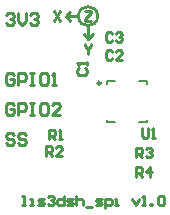
<source format=gto>
G04 Layer_Color=15132400*
%FSLAX25Y25*%
%MOIN*%
G70*
G01*
G75*
%ADD17C,0.01000*%
%ADD21C,0.00984*%
%ADD22C,0.00787*%
D17*
X155702Y478000D02*
G03*
X155702Y478000I-3202J0D01*
G01*
X145000D02*
X149000D01*
X152500Y470500D02*
Y474500D01*
Y470500D02*
X154000Y472000D01*
X151000D02*
X152500Y470500D01*
X145000Y478000D02*
X146500Y479500D01*
X145000Y478000D02*
X146500Y476500D01*
X149334Y460633D02*
X148801Y460100D01*
Y459033D01*
X149334Y458500D01*
X151467D01*
X152000Y459033D01*
Y460100D01*
X151467Y460633D01*
X152000Y461699D02*
Y462765D01*
Y462232D01*
X148801D01*
X149334Y461699D01*
X160633Y466166D02*
X160099Y466699D01*
X159033D01*
X158500Y466166D01*
Y464033D01*
X159033Y463500D01*
X160099D01*
X160633Y464033D01*
X163832Y463500D02*
X161699D01*
X163832Y465633D01*
Y466166D01*
X163298Y466699D01*
X162232D01*
X161699Y466166D01*
X160633Y472166D02*
X160099Y472699D01*
X159033D01*
X158500Y472166D01*
Y470033D01*
X159033Y469500D01*
X160099D01*
X160633Y470033D01*
X161699Y472166D02*
X162232Y472699D01*
X163298D01*
X163832Y472166D01*
Y471633D01*
X163298Y471100D01*
X162765D01*
X163298D01*
X163832Y470566D01*
Y470033D01*
X163298Y469500D01*
X162232D01*
X161699Y470033D01*
X139500Y437000D02*
Y440199D01*
X141100D01*
X141633Y439666D01*
Y438599D01*
X141100Y438066D01*
X139500D01*
X140566D02*
X141633Y437000D01*
X142699D02*
X143765D01*
X143232D01*
Y440199D01*
X142699Y439666D01*
X138500Y431500D02*
Y434699D01*
X140100D01*
X140633Y434166D01*
Y433100D01*
X140100Y432566D01*
X138500D01*
X139566D02*
X140633Y431500D01*
X143832D02*
X141699D01*
X143832Y433633D01*
Y434166D01*
X143298Y434699D01*
X142232D01*
X141699Y434166D01*
X168500Y431000D02*
Y434199D01*
X170099D01*
X170633Y433666D01*
Y432599D01*
X170099Y432066D01*
X168500D01*
X169566D02*
X170633Y431000D01*
X171699Y433666D02*
X172232Y434199D01*
X173299D01*
X173832Y433666D01*
Y433133D01*
X173299Y432599D01*
X172765D01*
X173299D01*
X173832Y432066D01*
Y431533D01*
X173299Y431000D01*
X172232D01*
X171699Y431533D01*
X168500Y424500D02*
Y427699D01*
X170099D01*
X170633Y427166D01*
Y426099D01*
X170099Y425566D01*
X168500D01*
X169566D02*
X170633Y424500D01*
X173299D02*
Y427699D01*
X171699Y426099D01*
X173832D01*
X170500Y440699D02*
Y438033D01*
X171033Y437500D01*
X172099D01*
X172633Y438033D01*
Y440699D01*
X173699Y437500D02*
X174765D01*
X174232D01*
Y440699D01*
X173699Y440166D01*
X151500Y479699D02*
X153633D01*
Y479166D01*
X151500Y477033D01*
Y476500D01*
X153633D01*
X151500Y468699D02*
Y468166D01*
X152566Y467100D01*
X153633Y468166D01*
Y468699D01*
X152566Y467100D02*
Y465500D01*
X141000Y479699D02*
X143133Y476500D01*
Y479699D02*
X141000Y476500D01*
X127666Y438332D02*
X126999Y438999D01*
X125666D01*
X125000Y438332D01*
Y437666D01*
X125666Y436999D01*
X126999D01*
X127666Y436333D01*
Y435666D01*
X126999Y435000D01*
X125666D01*
X125000Y435666D01*
X131665Y438332D02*
X130998Y438999D01*
X129665D01*
X128999Y438332D01*
Y437666D01*
X129665Y436999D01*
X130998D01*
X131665Y436333D01*
Y435666D01*
X130998Y435000D01*
X129665D01*
X128999Y435666D01*
X127666Y448332D02*
X126999Y448999D01*
X125666D01*
X125000Y448332D01*
Y445666D01*
X125666Y445000D01*
X126999D01*
X127666Y445666D01*
Y446999D01*
X126333D01*
X128999Y445000D02*
Y448999D01*
X130998D01*
X131665Y448332D01*
Y446999D01*
X130998Y446333D01*
X128999D01*
X132997Y448999D02*
X134330D01*
X133664D01*
Y445000D01*
X132997D01*
X134330D01*
X138329Y448999D02*
X136996D01*
X136330Y448332D01*
Y445666D01*
X136996Y445000D01*
X138329D01*
X138996Y445666D01*
Y448332D01*
X138329Y448999D01*
X142994Y445000D02*
X140328D01*
X142994Y447666D01*
Y448332D01*
X142328Y448999D01*
X140995D01*
X140328Y448332D01*
X127666Y458332D02*
X126999Y458999D01*
X125666D01*
X125000Y458332D01*
Y455666D01*
X125666Y455000D01*
X126999D01*
X127666Y455666D01*
Y456999D01*
X126333D01*
X128999Y455000D02*
Y458999D01*
X130998D01*
X131665Y458332D01*
Y456999D01*
X130998Y456333D01*
X128999D01*
X132997Y458999D02*
X134330D01*
X133664D01*
Y455000D01*
X132997D01*
X134330D01*
X138329Y458999D02*
X136996D01*
X136330Y458332D01*
Y455666D01*
X136996Y455000D01*
X138329D01*
X138996Y455666D01*
Y458332D01*
X138329Y458999D01*
X140328Y455000D02*
X141661D01*
X140995D01*
Y458999D01*
X140328Y458332D01*
X125000Y478332D02*
X125666Y478999D01*
X126999D01*
X127666Y478332D01*
Y477666D01*
X126999Y476999D01*
X126333D01*
X126999D01*
X127666Y476333D01*
Y475666D01*
X126999Y475000D01*
X125666D01*
X125000Y475666D01*
X128999Y478999D02*
Y476333D01*
X130332Y475000D01*
X131665Y476333D01*
Y478999D01*
X132997Y478332D02*
X133664Y478999D01*
X134997D01*
X135663Y478332D01*
Y477666D01*
X134997Y476999D01*
X134330D01*
X134997D01*
X135663Y476333D01*
Y475666D01*
X134997Y475000D01*
X133664D01*
X132997Y475666D01*
X130500Y415000D02*
X131566D01*
X131033D01*
Y418199D01*
X130500D01*
X133166Y415000D02*
X134232D01*
X133699D01*
Y417133D01*
X133166D01*
X135832Y415000D02*
X137431D01*
X137964Y415533D01*
X137431Y416066D01*
X136365D01*
X135832Y416600D01*
X136365Y417133D01*
X137964D01*
X139031Y417666D02*
X139564Y418199D01*
X140630D01*
X141163Y417666D01*
Y417133D01*
X140630Y416600D01*
X140097D01*
X140630D01*
X141163Y416066D01*
Y415533D01*
X140630Y415000D01*
X139564D01*
X139031Y415533D01*
X144362Y418199D02*
Y415000D01*
X142763D01*
X142229Y415533D01*
Y416600D01*
X142763Y417133D01*
X144362D01*
X145429Y415000D02*
X147028D01*
X147561Y415533D01*
X147028Y416066D01*
X145962D01*
X145429Y416600D01*
X145962Y417133D01*
X147561D01*
X148627Y418199D02*
Y415000D01*
Y416600D01*
X149161Y417133D01*
X150227D01*
X150760Y416600D01*
Y415000D01*
X151826Y414467D02*
X153959D01*
X155025Y415000D02*
X156625D01*
X157158Y415533D01*
X156625Y416066D01*
X155559D01*
X155025Y416600D01*
X155559Y417133D01*
X157158D01*
X158224Y413934D02*
Y417133D01*
X159824D01*
X160357Y416600D01*
Y415533D01*
X159824Y415000D01*
X158224D01*
X161423D02*
X162490D01*
X161957D01*
Y417133D01*
X161423D01*
X167288D02*
X168354Y415000D01*
X169421Y417133D01*
X170487Y415000D02*
X171553D01*
X171020D01*
Y418199D01*
X170487Y417666D01*
X173153Y415000D02*
Y415533D01*
X173686D01*
Y415000D01*
X173153D01*
X175819Y417666D02*
X176352Y418199D01*
X177418D01*
X177951Y417666D01*
Y415533D01*
X177418Y415000D01*
X176352D01*
X175819Y415533D01*
Y417666D01*
D21*
X156642Y455701D02*
G03*
X156642Y455701I-492J0D01*
G01*
D22*
X158709Y455504D02*
Y456291D01*
X161465D01*
X169535D02*
X172291D01*
Y455504D02*
Y456291D01*
Y442709D02*
Y443496D01*
X169535Y442709D02*
X172291D01*
X158709D02*
Y443496D01*
Y442709D02*
X161465D01*
M02*

</source>
